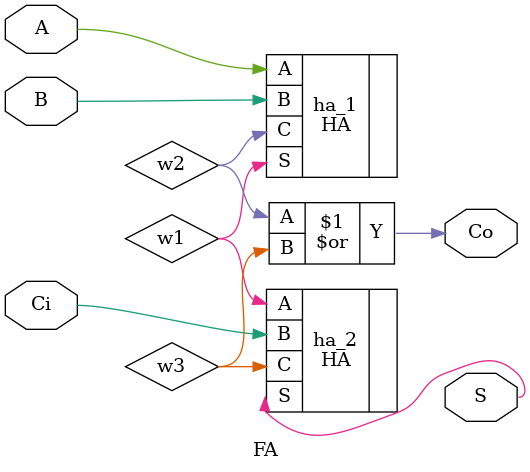
<source format=v>
`timescale 1ns / 1ps


module FA(
    input A,
    input B,
    input Ci,
    output S,
    output Co
    );
    
    wire w1, w2, w3;
    
    HA ha_1(.A(A),.B(B),.S(w1),.C(w2));
    HA ha_2(.A(w1),.B(Ci),.S(S),.C(w3));
    assign Co = w2 | w3;
endmodule

</source>
